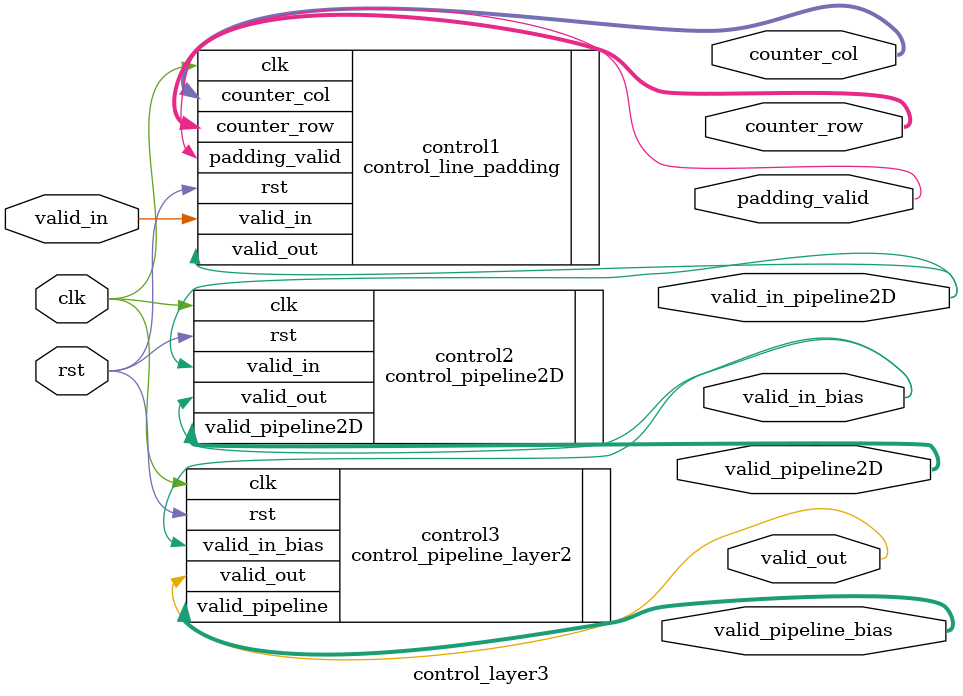
<source format=v>
module control_layer3#(
    parameter WIDTH = 5
)(
    input  clk, rst, valid_in,
    output padding_valid,
    output [31:0] counter_col, counter_row,
    output valid_in_pipeline2D,
    output [3:0] valid_pipeline2D,
    output valid_in_bias,
    output [3:0] valid_pipeline_bias,
    output  valid_out
);

    
    control_line_padding#(
      .WIDTH(WIDTH)
    )control1 (
      .valid_in(valid_in), 
      .clk(clk), 
      .rst(rst),
      .padding_valid(padding_valid),
      .valid_out(valid_in_pipeline2D),
      .counter_col(counter_col),
      .counter_row(counter_row)
    );    
    
    control_pipeline2D control2(
    .clk(clk), 
    .rst(rst), 
    .valid_in(valid_in_pipeline2D),
    .valid_out(valid_in_bias), 
    .valid_pipeline2D(valid_pipeline2D)
    );
    
    control_pipeline_layer2 control3(
    .valid_in_bias(valid_in_bias), 
    .clk(clk), 
    .rst(rst),
    .valid_out(valid_out), 
    .valid_pipeline(valid_pipeline_bias)
    );  


endmodule







</source>
